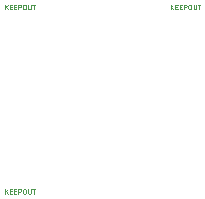
<source format=gbr>
%TF.GenerationSoftware,KiCad,Pcbnew,(7.0.0)*%
%TF.CreationDate,2023-03-26T07:08:49-07:00*%
%TF.ProjectId,electricdruid_vca,656c6563-7472-4696-9364-727569645f76,rev?*%
%TF.SameCoordinates,Original*%
%TF.FileFunction,Other,Comment*%
%FSLAX46Y46*%
G04 Gerber Fmt 4.6, Leading zero omitted, Abs format (unit mm)*
G04 Created by KiCad (PCBNEW (7.0.0)) date 2023-03-26 07:08:49*
%MOMM*%
%LPD*%
G01*
G04 APERTURE LIST*
%ADD10C,0.051000*%
G04 APERTURE END LIST*
D10*
%TO.C,JOUT1*%
X27261904Y-128846952D02*
X27261904Y-128446952D01*
X27490475Y-128846952D02*
X27319046Y-128618380D01*
X27490475Y-128446952D02*
X27261904Y-128675523D01*
X27661904Y-128637428D02*
X27795237Y-128637428D01*
X27852380Y-128846952D02*
X27661904Y-128846952D01*
X27661904Y-128846952D02*
X27661904Y-128446952D01*
X27661904Y-128446952D02*
X27852380Y-128446952D01*
X28023809Y-128637428D02*
X28157142Y-128637428D01*
X28214285Y-128846952D02*
X28023809Y-128846952D01*
X28023809Y-128846952D02*
X28023809Y-128446952D01*
X28023809Y-128446952D02*
X28214285Y-128446952D01*
X28385714Y-128846952D02*
X28385714Y-128446952D01*
X28385714Y-128446952D02*
X28538095Y-128446952D01*
X28538095Y-128446952D02*
X28576190Y-128466000D01*
X28576190Y-128466000D02*
X28595237Y-128485047D01*
X28595237Y-128485047D02*
X28614285Y-128523142D01*
X28614285Y-128523142D02*
X28614285Y-128580285D01*
X28614285Y-128580285D02*
X28595237Y-128618380D01*
X28595237Y-128618380D02*
X28576190Y-128637428D01*
X28576190Y-128637428D02*
X28538095Y-128656476D01*
X28538095Y-128656476D02*
X28385714Y-128656476D01*
X28861904Y-128446952D02*
X28938095Y-128446952D01*
X28938095Y-128446952D02*
X28976190Y-128466000D01*
X28976190Y-128466000D02*
X29014285Y-128504095D01*
X29014285Y-128504095D02*
X29033333Y-128580285D01*
X29033333Y-128580285D02*
X29033333Y-128713619D01*
X29033333Y-128713619D02*
X29014285Y-128789809D01*
X29014285Y-128789809D02*
X28976190Y-128827904D01*
X28976190Y-128827904D02*
X28938095Y-128846952D01*
X28938095Y-128846952D02*
X28861904Y-128846952D01*
X28861904Y-128846952D02*
X28823809Y-128827904D01*
X28823809Y-128827904D02*
X28785714Y-128789809D01*
X28785714Y-128789809D02*
X28766666Y-128713619D01*
X28766666Y-128713619D02*
X28766666Y-128580285D01*
X28766666Y-128580285D02*
X28785714Y-128504095D01*
X28785714Y-128504095D02*
X28823809Y-128466000D01*
X28823809Y-128466000D02*
X28861904Y-128446952D01*
X29204762Y-128446952D02*
X29204762Y-128770761D01*
X29204762Y-128770761D02*
X29223809Y-128808857D01*
X29223809Y-128808857D02*
X29242857Y-128827904D01*
X29242857Y-128827904D02*
X29280952Y-128846952D01*
X29280952Y-128846952D02*
X29357143Y-128846952D01*
X29357143Y-128846952D02*
X29395238Y-128827904D01*
X29395238Y-128827904D02*
X29414285Y-128808857D01*
X29414285Y-128808857D02*
X29433333Y-128770761D01*
X29433333Y-128770761D02*
X29433333Y-128446952D01*
X29566667Y-128446952D02*
X29795238Y-128446952D01*
X29680952Y-128846952D02*
X29680952Y-128446952D01*
%TO.C,JSIG1*%
X41261904Y-113226952D02*
X41261904Y-112826952D01*
X41490475Y-113226952D02*
X41319046Y-112998380D01*
X41490475Y-112826952D02*
X41261904Y-113055523D01*
X41661904Y-113017428D02*
X41795237Y-113017428D01*
X41852380Y-113226952D02*
X41661904Y-113226952D01*
X41661904Y-113226952D02*
X41661904Y-112826952D01*
X41661904Y-112826952D02*
X41852380Y-112826952D01*
X42023809Y-113017428D02*
X42157142Y-113017428D01*
X42214285Y-113226952D02*
X42023809Y-113226952D01*
X42023809Y-113226952D02*
X42023809Y-112826952D01*
X42023809Y-112826952D02*
X42214285Y-112826952D01*
X42385714Y-113226952D02*
X42385714Y-112826952D01*
X42385714Y-112826952D02*
X42538095Y-112826952D01*
X42538095Y-112826952D02*
X42576190Y-112846000D01*
X42576190Y-112846000D02*
X42595237Y-112865047D01*
X42595237Y-112865047D02*
X42614285Y-112903142D01*
X42614285Y-112903142D02*
X42614285Y-112960285D01*
X42614285Y-112960285D02*
X42595237Y-112998380D01*
X42595237Y-112998380D02*
X42576190Y-113017428D01*
X42576190Y-113017428D02*
X42538095Y-113036476D01*
X42538095Y-113036476D02*
X42385714Y-113036476D01*
X42861904Y-112826952D02*
X42938095Y-112826952D01*
X42938095Y-112826952D02*
X42976190Y-112846000D01*
X42976190Y-112846000D02*
X43014285Y-112884095D01*
X43014285Y-112884095D02*
X43033333Y-112960285D01*
X43033333Y-112960285D02*
X43033333Y-113093619D01*
X43033333Y-113093619D02*
X43014285Y-113169809D01*
X43014285Y-113169809D02*
X42976190Y-113207904D01*
X42976190Y-113207904D02*
X42938095Y-113226952D01*
X42938095Y-113226952D02*
X42861904Y-113226952D01*
X42861904Y-113226952D02*
X42823809Y-113207904D01*
X42823809Y-113207904D02*
X42785714Y-113169809D01*
X42785714Y-113169809D02*
X42766666Y-113093619D01*
X42766666Y-113093619D02*
X42766666Y-112960285D01*
X42766666Y-112960285D02*
X42785714Y-112884095D01*
X42785714Y-112884095D02*
X42823809Y-112846000D01*
X42823809Y-112846000D02*
X42861904Y-112826952D01*
X43204762Y-112826952D02*
X43204762Y-113150761D01*
X43204762Y-113150761D02*
X43223809Y-113188857D01*
X43223809Y-113188857D02*
X43242857Y-113207904D01*
X43242857Y-113207904D02*
X43280952Y-113226952D01*
X43280952Y-113226952D02*
X43357143Y-113226952D01*
X43357143Y-113226952D02*
X43395238Y-113207904D01*
X43395238Y-113207904D02*
X43414285Y-113188857D01*
X43414285Y-113188857D02*
X43433333Y-113150761D01*
X43433333Y-113150761D02*
X43433333Y-112826952D01*
X43566667Y-112826952D02*
X43795238Y-112826952D01*
X43680952Y-113226952D02*
X43680952Y-112826952D01*
%TO.C,JENV1*%
X27261904Y-113226952D02*
X27261904Y-112826952D01*
X27490475Y-113226952D02*
X27319046Y-112998380D01*
X27490475Y-112826952D02*
X27261904Y-113055523D01*
X27661904Y-113017428D02*
X27795237Y-113017428D01*
X27852380Y-113226952D02*
X27661904Y-113226952D01*
X27661904Y-113226952D02*
X27661904Y-112826952D01*
X27661904Y-112826952D02*
X27852380Y-112826952D01*
X28023809Y-113017428D02*
X28157142Y-113017428D01*
X28214285Y-113226952D02*
X28023809Y-113226952D01*
X28023809Y-113226952D02*
X28023809Y-112826952D01*
X28023809Y-112826952D02*
X28214285Y-112826952D01*
X28385714Y-113226952D02*
X28385714Y-112826952D01*
X28385714Y-112826952D02*
X28538095Y-112826952D01*
X28538095Y-112826952D02*
X28576190Y-112846000D01*
X28576190Y-112846000D02*
X28595237Y-112865047D01*
X28595237Y-112865047D02*
X28614285Y-112903142D01*
X28614285Y-112903142D02*
X28614285Y-112960285D01*
X28614285Y-112960285D02*
X28595237Y-112998380D01*
X28595237Y-112998380D02*
X28576190Y-113017428D01*
X28576190Y-113017428D02*
X28538095Y-113036476D01*
X28538095Y-113036476D02*
X28385714Y-113036476D01*
X28861904Y-112826952D02*
X28938095Y-112826952D01*
X28938095Y-112826952D02*
X28976190Y-112846000D01*
X28976190Y-112846000D02*
X29014285Y-112884095D01*
X29014285Y-112884095D02*
X29033333Y-112960285D01*
X29033333Y-112960285D02*
X29033333Y-113093619D01*
X29033333Y-113093619D02*
X29014285Y-113169809D01*
X29014285Y-113169809D02*
X28976190Y-113207904D01*
X28976190Y-113207904D02*
X28938095Y-113226952D01*
X28938095Y-113226952D02*
X28861904Y-113226952D01*
X28861904Y-113226952D02*
X28823809Y-113207904D01*
X28823809Y-113207904D02*
X28785714Y-113169809D01*
X28785714Y-113169809D02*
X28766666Y-113093619D01*
X28766666Y-113093619D02*
X28766666Y-112960285D01*
X28766666Y-112960285D02*
X28785714Y-112884095D01*
X28785714Y-112884095D02*
X28823809Y-112846000D01*
X28823809Y-112846000D02*
X28861904Y-112826952D01*
X29204762Y-112826952D02*
X29204762Y-113150761D01*
X29204762Y-113150761D02*
X29223809Y-113188857D01*
X29223809Y-113188857D02*
X29242857Y-113207904D01*
X29242857Y-113207904D02*
X29280952Y-113226952D01*
X29280952Y-113226952D02*
X29357143Y-113226952D01*
X29357143Y-113226952D02*
X29395238Y-113207904D01*
X29395238Y-113207904D02*
X29414285Y-113188857D01*
X29414285Y-113188857D02*
X29433333Y-113150761D01*
X29433333Y-113150761D02*
X29433333Y-112826952D01*
X29566667Y-112826952D02*
X29795238Y-112826952D01*
X29680952Y-113226952D02*
X29680952Y-112826952D01*
%TD*%
M02*

</source>
